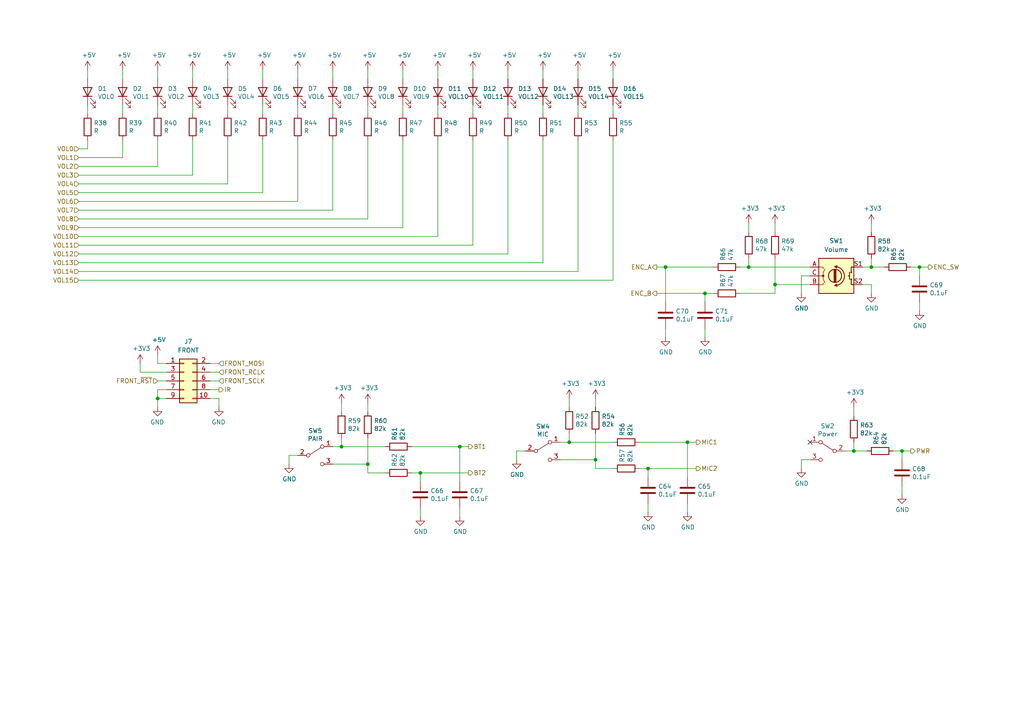
<source format=kicad_sch>
(kicad_sch (version 20210621) (generator eeschema)
  (paper "A4")
  (lib_symbols
    (symbol "Connector_Generic:Conn_02x05_Odd_Even" (pin_names (offset 1.016) hide)
      (property "Reference" "J" (at 1.27 7.62 0))
      (property "Value" "Conn_02x05_Odd_Even" (at 1.27 -7.62 0))
      (symbol "Conn_02x05_Odd_Even_1_1"
        (rectangle (start -1.27 -4.953) (end 0 -5.207) (stroke (width 0.1524)))
        (rectangle (start -1.27 -2.413) (end 0 -2.667) (stroke (width 0.1524)))
        (rectangle (start -1.27 0.127) (end 0 -0.127) (stroke (width 0.1524)))
        (rectangle (start -1.27 2.667) (end 0 2.413) (stroke (width 0.1524)))
        (rectangle (start -1.27 5.207) (end 0 4.953) (stroke (width 0.1524)))
        (rectangle (start 3.81 -4.953) (end 2.54 -5.207) (stroke (width 0.1524)))
        (rectangle (start 3.81 -2.413) (end 2.54 -2.667) (stroke (width 0.1524)))
        (rectangle (start 3.81 0.127) (end 2.54 -0.127) (stroke (width 0.1524)))
        (rectangle (start 3.81 2.667) (end 2.54 2.413) (stroke (width 0.1524)))
        (rectangle (start 3.81 5.207) (end 2.54 4.953) (stroke (width 0.1524)))
        (rectangle (start -1.27 6.35) (end 3.81 -6.35) (stroke (width 0.254)) (fill (type background)))
        (pin passive line (at -5.08 5.08 0) (length 3.81) (name "Pin_1") (number "1"))
        (pin passive line (at 7.62 -5.08 180) (length 3.81) (name "Pin_10") (number "10"))
        (pin passive line (at 7.62 5.08 180) (length 3.81) (name "Pin_2") (number "2"))
        (pin passive line (at -5.08 2.54 0) (length 3.81) (name "Pin_3") (number "3"))
        (pin passive line (at 7.62 2.54 180) (length 3.81) (name "Pin_4") (number "4"))
        (pin passive line (at -5.08 0 0) (length 3.81) (name "Pin_5") (number "5"))
        (pin passive line (at 7.62 0 180) (length 3.81) (name "Pin_6") (number "6"))
        (pin passive line (at -5.08 -2.54 0) (length 3.81) (name "Pin_7") (number "7"))
        (pin passive line (at 7.62 -2.54 180) (length 3.81) (name "Pin_8") (number "8"))
        (pin passive line (at -5.08 -5.08 0) (length 3.81) (name "Pin_9") (number "9"))
      )
    )
    (symbol "Device:C" (pin_numbers hide) (pin_names (offset 0.254))
      (property "Reference" "C" (at 0.635 2.54 0))
      (property "Value" "C" (at 0.635 -2.54 0))
      (symbol "C_0_1"
        (polyline (pts (xy -2.032 -0.762) (xy 2.032 -0.762)) (stroke (width 0.508)))
        (polyline (pts (xy -2.032 0.762) (xy 2.032 0.762)) (stroke (width 0.508)))
      )
      (symbol "C_1_1"
        (pin passive line (at 0 3.81 270) (length 2.794) (name "~") (number "1"))
        (pin passive line (at 0 -3.81 90) (length 2.794) (name "~") (number "2"))
      )
    )
    (symbol "Device:LED" (pin_numbers hide) (pin_names (offset 1.016) hide)
      (property "Reference" "D" (at 0 2.54 0))
      (property "Value" "LED" (at 0 -2.54 0))
      (symbol "LED_0_1"
        (polyline (pts (xy -1.27 -1.27) (xy -1.27 1.27)) (stroke (width 0.254)))
        (polyline (pts (xy -1.27 0) (xy 1.27 0)))
        (polyline (pts (xy 1.27 -1.27) (xy 1.27 1.27) (xy -1.27 0) (xy 1.27 -1.27)) (stroke (width 0.254)))
        (polyline (pts (xy -3.048 -0.762) (xy -4.572 -2.286) (xy -3.81 -2.286) (xy -4.572 -2.286) (xy -4.572 -1.524)))
        (polyline (pts (xy -1.778 -0.762) (xy -3.302 -2.286) (xy -2.54 -2.286) (xy -3.302 -2.286) (xy -3.302 -1.524)))
      )
      (symbol "LED_1_1"
        (pin passive line (at -3.81 0 0) (length 2.54) (name "K") (number "1"))
        (pin passive line (at 3.81 0 180) (length 2.54) (name "A") (number "2"))
      )
    )
    (symbol "Device:R" (pin_numbers hide) (pin_names (offset 0))
      (property "Reference" "R" (at 2.032 0 90))
      (property "Value" "R" (at 0 0 90))
      (symbol "R_0_1"
        (rectangle (start -1.016 -2.54) (end 1.016 2.54) (stroke (width 0.254)))
      )
      (symbol "R_1_1"
        (pin passive line (at 0 3.81 270) (length 1.27) (name "~") (number "1"))
        (pin passive line (at 0 -3.81 90) (length 1.27) (name "~") (number "2"))
      )
    )
    (symbol "Device:RotaryEncoder_Switch" (pin_names (offset 0.254) hide)
      (property "Reference" "SW" (at 0 6.604 0))
      (property "Value" "RotaryEncoder_Switch" (at 0 -6.604 0))
      (symbol "RotaryEncoder_Switch_0_1"
        (arc (start -0.381 -2.794) (end -0.381 2.667) (radius (at -0.381 -0.0508) (length 2.7432) (angles -89.9 89.9)) (stroke (width 0.254)))
        (circle (center -0.381 0) (radius 1.905) (stroke (width 0.254)))
        (circle (center 4.318 -1.016) (radius 0.127) (stroke (width 0.254)))
        (circle (center 4.318 1.016) (radius 0.127) (stroke (width 0.254)))
        (circle (center -3.81 0) (radius 0.254) (fill (type outline)))
        (rectangle (start -5.08 5.08) (end 5.08 -5.08) (stroke (width 0.254)) (fill (type background)))
        (polyline (pts (xy -0.635 -1.778) (xy -0.635 1.778)) (stroke (width 0.254)))
        (polyline (pts (xy -0.381 -1.778) (xy -0.381 1.778)) (stroke (width 0.254)))
        (polyline (pts (xy -0.127 1.778) (xy -0.127 -1.778)) (stroke (width 0.254)))
        (polyline (pts (xy 3.81 0) (xy 3.429 0)) (stroke (width 0.254)))
        (polyline (pts (xy 3.81 1.016) (xy 3.81 -1.016)) (stroke (width 0.254)))
        (polyline (pts (xy -5.08 -2.54) (xy -3.81 -2.54) (xy -3.81 -2.032)))
        (polyline (pts (xy -5.08 2.54) (xy -3.81 2.54) (xy -3.81 2.032)))
        (polyline (pts (xy 0.254 -3.048) (xy -0.508 -2.794) (xy 0.127 -2.413)) (stroke (width 0.254)))
        (polyline (pts (xy 0.254 2.921) (xy -0.508 2.667) (xy 0.127 2.286)) (stroke (width 0.254)))
        (polyline (pts (xy 5.08 -2.54) (xy 4.318 -2.54) (xy 4.318 -1.016)) (stroke (width 0.254)))
        (polyline (pts (xy 5.08 2.54) (xy 4.318 2.54) (xy 4.318 1.016)) (stroke (width 0.254)))
        (polyline (pts (xy -5.08 0) (xy -3.81 0) (xy -3.81 -1.016) (xy -3.302 -2.032)))
        (polyline (pts (xy -4.318 0) (xy -3.81 0) (xy -3.81 1.016) (xy -3.302 2.032)))
      )
      (symbol "RotaryEncoder_Switch_1_1"
        (pin passive line (at -7.62 2.54 0) (length 2.54) (name "A") (number "A"))
        (pin passive line (at -7.62 -2.54 0) (length 2.54) (name "B") (number "B"))
        (pin passive line (at -7.62 0 0) (length 2.54) (name "C") (number "C"))
        (pin passive line (at 7.62 2.54 180) (length 2.54) (name "S1") (number "S1"))
        (pin passive line (at 7.62 -2.54 180) (length 2.54) (name "S2") (number "S2"))
      )
    )
    (symbol "Switch:SW_SPDT" (pin_names (offset 0) hide)
      (property "Reference" "SW" (at 0 4.318 0))
      (property "Value" "SW_SPDT" (at 0 -5.08 0))
      (symbol "SW_SPDT_0_0"
        (circle (center -2.032 0) (radius 0.508))
        (circle (center 2.032 -2.54) (radius 0.508))
      )
      (symbol "SW_SPDT_0_1"
        (circle (center 2.032 2.54) (radius 0.508))
        (polyline (pts (xy -1.524 0.254) (xy 1.651 2.286)))
      )
      (symbol "SW_SPDT_1_1"
        (pin passive line (at 5.08 2.54 180) (length 2.54) (name "A") (number "1"))
        (pin passive line (at -5.08 0 0) (length 2.54) (name "B") (number "2"))
        (pin passive line (at 5.08 -2.54 180) (length 2.54) (name "C") (number "3"))
      )
    )
    (symbol "power:+3V3" (power) (pin_names (offset 0))
      (property "Value" "+3V3" (at 0 3.556 0))
      (symbol "+3V3_0_1"
        (polyline (pts (xy -0.762 1.27) (xy 0 2.54)))
        (polyline (pts (xy 0 0) (xy 0 2.54)))
        (polyline (pts (xy 0 2.54) (xy 0.762 1.27)))
      )
      (symbol "+3V3_1_1"
        (pin power_in line (at 0 0 90) (length 0) hide (name "+3V3") (number "1"))
      )
    )
    (symbol "power:+5V" (power) (pin_names (offset 0))
      (property "Value" "+5V" (at 0 3.556 0))
      (symbol "+5V_0_1"
        (polyline (pts (xy -0.762 1.27) (xy 0 2.54)))
        (polyline (pts (xy 0 0) (xy 0 2.54)))
        (polyline (pts (xy 0 2.54) (xy 0.762 1.27)))
      )
      (symbol "+5V_1_1"
        (pin power_in line (at 0 0 90) (length 0) hide (name "+5V") (number "1"))
      )
    )
    (symbol "power:GND" (power) (pin_names (offset 0))
      (property "Value" "GND" (at 0 -3.81 0))
      (symbol "GND_0_1"
        (polyline (pts (xy 0 0) (xy 0 -1.27) (xy 1.27 -1.27) (xy 0 -2.54) (xy -1.27 -1.27) (xy 0 -1.27)))
      )
      (symbol "GND_1_1"
        (pin power_in line (at 0 0 270) (length 0) hide (name "GND") (number "1"))
      )
    )
  )
  (junction (at 45.72 115.57) (diameter 0.9144))
  (junction (at 99.06 129.54) (diameter 0.9144))
  (junction (at 106.68 134.62) (diameter 0.9144))
  (junction (at 121.92 137.16) (diameter 0.9144))
  (junction (at 133.35 129.54) (diameter 0.9144))
  (junction (at 165.1 128.27) (diameter 0.9144))
  (junction (at 172.72 133.35) (diameter 0.9144))
  (junction (at 187.96 135.89) (diameter 0.9144))
  (junction (at 193.04 77.47) (diameter 0.9144))
  (junction (at 199.39 128.27) (diameter 0.9144))
  (junction (at 204.47 85.09) (diameter 0.9144))
  (junction (at 217.17 77.47) (diameter 0.9144))
  (junction (at 224.79 82.55) (diameter 0.9144))
  (junction (at 247.65 130.81) (diameter 0.9144))
  (junction (at 252.73 77.47) (diameter 0.9144))
  (junction (at 261.62 130.81) (diameter 0.9144))
  (junction (at 266.7 77.47) (diameter 0.9144))
  (no_connect (at 234.95 128.27))
  (wire (pts (xy 22.86 43.18) (xy 25.4 43.18)))
  (wire (pts (xy 22.86 45.72) (xy 35.56 45.72)))
  (wire (pts (xy 22.86 48.26) (xy 45.72 48.26)))
  (wire (pts (xy 22.86 50.8) (xy 55.88 50.8)))
  (wire (pts (xy 22.86 53.34) (xy 66.04 53.34)))
  (wire (pts (xy 22.86 55.88) (xy 76.2 55.88)))
  (wire (pts (xy 22.86 58.42) (xy 86.36 58.42)))
  (wire (pts (xy 22.86 60.96) (xy 96.52 60.96)))
  (wire (pts (xy 22.86 66.04) (xy 116.84 66.04)))
  (wire (pts (xy 22.86 71.12) (xy 137.16 71.12)))
  (wire (pts (xy 22.86 76.2) (xy 157.48 76.2)))
  (wire (pts (xy 22.86 78.74) (xy 167.64 78.74)))
  (wire (pts (xy 22.86 81.28) (xy 177.8 81.28)))
  (wire (pts (xy 25.4 20.32) (xy 25.4 22.86)))
  (wire (pts (xy 25.4 30.48) (xy 25.4 33.02)))
  (wire (pts (xy 25.4 43.18) (xy 25.4 40.64)))
  (wire (pts (xy 35.56 20.32) (xy 35.56 22.86)))
  (wire (pts (xy 35.56 30.48) (xy 35.56 33.02)))
  (wire (pts (xy 35.56 45.72) (xy 35.56 40.64)))
  (wire (pts (xy 40.64 105.41) (xy 40.64 107.95)))
  (wire (pts (xy 40.64 107.95) (xy 48.26 107.95)))
  (wire (pts (xy 45.72 20.32) (xy 45.72 22.86)))
  (wire (pts (xy 45.72 30.48) (xy 45.72 33.02)))
  (wire (pts (xy 45.72 48.26) (xy 45.72 40.64)))
  (wire (pts (xy 45.72 102.87) (xy 45.72 105.41)))
  (wire (pts (xy 45.72 105.41) (xy 48.26 105.41)))
  (wire (pts (xy 45.72 110.49) (xy 48.26 110.49)))
  (wire (pts (xy 45.72 113.03) (xy 48.26 113.03)))
  (wire (pts (xy 45.72 115.57) (xy 45.72 113.03)))
  (wire (pts (xy 45.72 115.57) (xy 48.26 115.57)))
  (wire (pts (xy 45.72 118.11) (xy 45.72 115.57)))
  (wire (pts (xy 55.88 20.32) (xy 55.88 22.86)))
  (wire (pts (xy 55.88 30.48) (xy 55.88 33.02)))
  (wire (pts (xy 55.88 50.8) (xy 55.88 40.64)))
  (wire (pts (xy 60.96 105.41) (xy 63.5 105.41)))
  (wire (pts (xy 60.96 107.95) (xy 63.5 107.95)))
  (wire (pts (xy 60.96 110.49) (xy 63.5 110.49)))
  (wire (pts (xy 60.96 113.03) (xy 63.5 113.03)))
  (wire (pts (xy 63.5 115.57) (xy 60.96 115.57)))
  (wire (pts (xy 63.5 118.11) (xy 63.5 115.57)))
  (wire (pts (xy 66.04 20.32) (xy 66.04 22.86)))
  (wire (pts (xy 66.04 30.48) (xy 66.04 33.02)))
  (wire (pts (xy 66.04 53.34) (xy 66.04 40.64)))
  (wire (pts (xy 76.2 20.32) (xy 76.2 22.86)))
  (wire (pts (xy 76.2 30.48) (xy 76.2 33.02)))
  (wire (pts (xy 76.2 55.88) (xy 76.2 40.64)))
  (wire (pts (xy 83.82 132.08) (xy 83.82 134.62)))
  (wire (pts (xy 83.82 132.08) (xy 86.36 132.08)))
  (wire (pts (xy 86.36 20.32) (xy 86.36 22.86)))
  (wire (pts (xy 86.36 30.48) (xy 86.36 33.02)))
  (wire (pts (xy 86.36 58.42) (xy 86.36 40.64)))
  (wire (pts (xy 96.52 20.32) (xy 96.52 22.86)))
  (wire (pts (xy 96.52 30.48) (xy 96.52 33.02)))
  (wire (pts (xy 96.52 60.96) (xy 96.52 40.64)))
  (wire (pts (xy 96.52 129.54) (xy 99.06 129.54)))
  (wire (pts (xy 96.52 134.62) (xy 106.68 134.62)))
  (wire (pts (xy 99.06 116.84) (xy 99.06 119.38)))
  (wire (pts (xy 99.06 127) (xy 99.06 129.54)))
  (wire (pts (xy 99.06 129.54) (xy 111.76 129.54)))
  (wire (pts (xy 106.68 20.32) (xy 106.68 22.86)))
  (wire (pts (xy 106.68 30.48) (xy 106.68 33.02)))
  (wire (pts (xy 106.68 40.64) (xy 106.68 63.5)))
  (wire (pts (xy 106.68 63.5) (xy 22.86 63.5)))
  (wire (pts (xy 106.68 116.84) (xy 106.68 119.38)))
  (wire (pts (xy 106.68 134.62) (xy 106.68 127)))
  (wire (pts (xy 106.68 134.62) (xy 106.68 137.16)))
  (wire (pts (xy 106.68 137.16) (xy 111.76 137.16)))
  (wire (pts (xy 116.84 20.32) (xy 116.84 22.86)))
  (wire (pts (xy 116.84 30.48) (xy 116.84 33.02)))
  (wire (pts (xy 116.84 66.04) (xy 116.84 40.64)))
  (wire (pts (xy 121.92 137.16) (xy 119.38 137.16)))
  (wire (pts (xy 121.92 137.16) (xy 135.89 137.16)))
  (wire (pts (xy 121.92 139.7) (xy 121.92 137.16)))
  (wire (pts (xy 121.92 147.32) (xy 121.92 149.86)))
  (wire (pts (xy 127 20.32) (xy 127 22.86)))
  (wire (pts (xy 127 30.48) (xy 127 33.02)))
  (wire (pts (xy 127 40.64) (xy 127 68.58)))
  (wire (pts (xy 127 68.58) (xy 22.86 68.58)))
  (wire (pts (xy 133.35 129.54) (xy 119.38 129.54)))
  (wire (pts (xy 133.35 129.54) (xy 135.89 129.54)))
  (wire (pts (xy 133.35 139.7) (xy 133.35 129.54)))
  (wire (pts (xy 133.35 147.32) (xy 133.35 149.86)))
  (wire (pts (xy 137.16 20.32) (xy 137.16 22.86)))
  (wire (pts (xy 137.16 30.48) (xy 137.16 33.02)))
  (wire (pts (xy 137.16 71.12) (xy 137.16 40.64)))
  (wire (pts (xy 147.32 20.32) (xy 147.32 22.86)))
  (wire (pts (xy 147.32 30.48) (xy 147.32 33.02)))
  (wire (pts (xy 147.32 40.64) (xy 147.32 73.66)))
  (wire (pts (xy 147.32 73.66) (xy 22.86 73.66)))
  (wire (pts (xy 149.86 130.81) (xy 149.86 133.35)))
  (wire (pts (xy 149.86 130.81) (xy 152.4 130.81)))
  (wire (pts (xy 157.48 20.32) (xy 157.48 22.86)))
  (wire (pts (xy 157.48 30.48) (xy 157.48 33.02)))
  (wire (pts (xy 157.48 76.2) (xy 157.48 40.64)))
  (wire (pts (xy 162.56 128.27) (xy 165.1 128.27)))
  (wire (pts (xy 162.56 133.35) (xy 172.72 133.35)))
  (wire (pts (xy 165.1 115.57) (xy 165.1 118.11)))
  (wire (pts (xy 165.1 125.73) (xy 165.1 128.27)))
  (wire (pts (xy 165.1 128.27) (xy 177.8 128.27)))
  (wire (pts (xy 167.64 20.32) (xy 167.64 22.86)))
  (wire (pts (xy 167.64 30.48) (xy 167.64 33.02)))
  (wire (pts (xy 167.64 78.74) (xy 167.64 40.64)))
  (wire (pts (xy 172.72 115.57) (xy 172.72 118.11)))
  (wire (pts (xy 172.72 133.35) (xy 172.72 125.73)))
  (wire (pts (xy 172.72 133.35) (xy 172.72 135.89)))
  (wire (pts (xy 172.72 135.89) (xy 177.8 135.89)))
  (wire (pts (xy 177.8 20.32) (xy 177.8 22.86)))
  (wire (pts (xy 177.8 30.48) (xy 177.8 33.02)))
  (wire (pts (xy 177.8 81.28) (xy 177.8 40.64)))
  (wire (pts (xy 187.96 135.89) (xy 185.42 135.89)))
  (wire (pts (xy 187.96 135.89) (xy 201.93 135.89)))
  (wire (pts (xy 187.96 138.43) (xy 187.96 135.89)))
  (wire (pts (xy 187.96 146.05) (xy 187.96 148.59)))
  (wire (pts (xy 190.5 77.47) (xy 193.04 77.47)))
  (wire (pts (xy 190.5 85.09) (xy 204.47 85.09)))
  (wire (pts (xy 193.04 77.47) (xy 193.04 87.63)))
  (wire (pts (xy 193.04 77.47) (xy 207.01 77.47)))
  (wire (pts (xy 193.04 95.25) (xy 193.04 97.79)))
  (wire (pts (xy 199.39 128.27) (xy 185.42 128.27)))
  (wire (pts (xy 199.39 128.27) (xy 201.93 128.27)))
  (wire (pts (xy 199.39 138.43) (xy 199.39 128.27)))
  (wire (pts (xy 199.39 146.05) (xy 199.39 148.59)))
  (wire (pts (xy 204.47 85.09) (xy 204.47 87.63)))
  (wire (pts (xy 204.47 85.09) (xy 207.01 85.09)))
  (wire (pts (xy 204.47 95.25) (xy 204.47 97.79)))
  (wire (pts (xy 214.63 77.47) (xy 217.17 77.47)))
  (wire (pts (xy 217.17 64.77) (xy 217.17 67.31)))
  (wire (pts (xy 217.17 77.47) (xy 217.17 74.93)))
  (wire (pts (xy 217.17 77.47) (xy 234.95 77.47)))
  (wire (pts (xy 224.79 64.77) (xy 224.79 67.31)))
  (wire (pts (xy 224.79 74.93) (xy 224.79 82.55)))
  (wire (pts (xy 224.79 82.55) (xy 224.79 85.09)))
  (wire (pts (xy 224.79 82.55) (xy 234.95 82.55)))
  (wire (pts (xy 224.79 85.09) (xy 214.63 85.09)))
  (wire (pts (xy 232.41 80.01) (xy 232.41 85.09)))
  (wire (pts (xy 232.41 80.01) (xy 234.95 80.01)))
  (wire (pts (xy 232.41 133.35) (xy 232.41 135.89)))
  (wire (pts (xy 232.41 133.35) (xy 234.95 133.35)))
  (wire (pts (xy 245.11 130.81) (xy 247.65 130.81)))
  (wire (pts (xy 247.65 118.11) (xy 247.65 120.65)))
  (wire (pts (xy 247.65 128.27) (xy 247.65 130.81)))
  (wire (pts (xy 247.65 130.81) (xy 251.46 130.81)))
  (wire (pts (xy 250.19 77.47) (xy 252.73 77.47)))
  (wire (pts (xy 250.19 82.55) (xy 252.73 82.55)))
  (wire (pts (xy 252.73 64.77) (xy 252.73 67.31)))
  (wire (pts (xy 252.73 74.93) (xy 252.73 77.47)))
  (wire (pts (xy 252.73 77.47) (xy 256.54 77.47)))
  (wire (pts (xy 252.73 82.55) (xy 252.73 85.09)))
  (wire (pts (xy 261.62 130.81) (xy 259.08 130.81)))
  (wire (pts (xy 261.62 130.81) (xy 264.16 130.81)))
  (wire (pts (xy 261.62 133.35) (xy 261.62 130.81)))
  (wire (pts (xy 261.62 140.97) (xy 261.62 143.51)))
  (wire (pts (xy 266.7 77.47) (xy 264.16 77.47)))
  (wire (pts (xy 266.7 77.47) (xy 269.24 77.47)))
  (wire (pts (xy 266.7 80.01) (xy 266.7 77.47)))
  (wire (pts (xy 266.7 87.63) (xy 266.7 90.17)))
  (hierarchical_label "VOL0" (shape input) (at 22.86 43.18 180))
  (hierarchical_label "VOL1" (shape input) (at 22.86 45.72 180))
  (hierarchical_label "VOL2" (shape input) (at 22.86 48.26 180))
  (hierarchical_label "VOL3" (shape input) (at 22.86 50.8 180))
  (hierarchical_label "VOL4" (shape input) (at 22.86 53.34 180))
  (hierarchical_label "VOL5" (shape input) (at 22.86 55.88 180))
  (hierarchical_label "VOL6" (shape input) (at 22.86 58.42 180))
  (hierarchical_label "VOL7" (shape input) (at 22.86 60.96 180))
  (hierarchical_label "VOL8" (shape input) (at 22.86 63.5 180))
  (hierarchical_label "VOL9" (shape input) (at 22.86 66.04 180))
  (hierarchical_label "VOL10" (shape input) (at 22.86 68.58 180))
  (hierarchical_label "VOL11" (shape input) (at 22.86 71.12 180))
  (hierarchical_label "VOL12" (shape input) (at 22.86 73.66 180))
  (hierarchical_label "VOL13" (shape input) (at 22.86 76.2 180))
  (hierarchical_label "VOL14" (shape input) (at 22.86 78.74 180))
  (hierarchical_label "VOL15" (shape input) (at 22.86 81.28 180))
  (hierarchical_label "FRONT_~{RST}" (shape input) (at 45.72 110.49 180))
  (hierarchical_label "FRONT_MOSI" (shape input) (at 63.5 105.41 0))
  (hierarchical_label "FRONT_RCLK" (shape input) (at 63.5 107.95 0))
  (hierarchical_label "FRONT_SCLK" (shape input) (at 63.5 110.49 0))
  (hierarchical_label "IR" (shape output) (at 63.5 113.03 0))
  (hierarchical_label "BT1" (shape output) (at 135.89 129.54 0))
  (hierarchical_label "BT2" (shape output) (at 135.89 137.16 0))
  (hierarchical_label "ENC_A" (shape output) (at 190.5 77.47 180))
  (hierarchical_label "ENC_B" (shape output) (at 190.5 85.09 180))
  (hierarchical_label "MIC1" (shape output) (at 201.93 128.27 0))
  (hierarchical_label "MIC2" (shape output) (at 201.93 135.89 0))
  (hierarchical_label "PWR" (shape output) (at 264.16 130.81 0))
  (hierarchical_label "ENC_SW" (shape output) (at 269.24 77.47 0))
  (symbol (lib_id "power:+5V") (at 25.4 20.32 0) (unit 1)
    (property "Reference" "#PWR0193" (effects hide))
    (property "Value" "+5V" (at 25.7683 15.9956 0))
  )
  (symbol (lib_id "power:+5V") (at 35.56 20.32 0) (unit 1)
    (property "Reference" "#PWR0194" (effects hide))
    (property "Value" "+5V" (at 35.9283 15.9956 0))
  )
  (symbol (lib_id "power:+3V3") (at 40.64 105.41 0) (unit 1)
    (property "Reference" "#PWR0214" (effects hide))
    (property "Value" "+3V3" (at 41.0083 101.0856 0))
  )
  (symbol (lib_id "power:+5V") (at 45.72 20.32 0) (unit 1)
    (property "Reference" "#PWR0190" (effects hide))
    (property "Value" "+5V" (at 46.0883 15.9956 0))
  )
  (symbol (lib_id "power:+5V") (at 45.72 102.87 0) (unit 1)
    (property "Reference" "#PWR0215" (effects hide))
    (property "Value" "+5V" (at 46.0883 98.5456 0))
  )
  (symbol (lib_id "power:+5V") (at 55.88 20.32 0) (unit 1)
    (property "Reference" "#PWR0188" (effects hide))
    (property "Value" "+5V" (at 56.2483 15.9956 0))
  )
  (symbol (lib_id "power:+5V") (at 66.04 20.32 0) (unit 1)
    (property "Reference" "#PWR0189" (effects hide))
    (property "Value" "+5V" (at 66.4083 15.9956 0))
  )
  (symbol (lib_id "power:+5V") (at 76.2 20.32 0) (unit 1)
    (property "Reference" "#PWR0186" (effects hide))
    (property "Value" "+5V" (at 76.5683 15.9956 0))
  )
  (symbol (lib_id "power:+5V") (at 86.36 20.32 0) (unit 1)
    (property "Reference" "#PWR0187" (effects hide))
    (property "Value" "+5V" (at 86.7283 15.9956 0))
  )
  (symbol (lib_id "power:+5V") (at 96.52 20.32 0) (unit 1)
    (property "Reference" "#PWR0192" (effects hide))
    (property "Value" "+5V" (at 96.8883 15.9956 0))
  )
  (symbol (lib_id "power:+3V3") (at 99.06 116.84 0) (unit 1)
    (property "Reference" "#PWR0203" (effects hide))
    (property "Value" "+3V3" (at 99.4283 112.5156 0))
  )
  (symbol (lib_id "power:+5V") (at 106.68 20.32 0) (unit 1)
    (property "Reference" "#PWR0191" (effects hide))
    (property "Value" "+5V" (at 107.0483 15.9956 0))
  )
  (symbol (lib_id "power:+3V3") (at 106.68 116.84 0) (unit 1)
    (property "Reference" "#PWR0202" (effects hide))
    (property "Value" "+3V3" (at 107.0483 112.5156 0))
  )
  (symbol (lib_id "power:+5V") (at 116.84 20.32 0) (unit 1)
    (property "Reference" "#PWR0183" (effects hide))
    (property "Value" "+5V" (at 117.2083 15.9956 0))
  )
  (symbol (lib_id "power:+5V") (at 127 20.32 0) (unit 1)
    (property "Reference" "#PWR0185" (effects hide))
    (property "Value" "+5V" (at 127.3683 15.9956 0))
  )
  (symbol (lib_id "power:+5V") (at 137.16 20.32 0) (unit 1)
    (property "Reference" "#PWR0184" (effects hide))
    (property "Value" "+5V" (at 137.5283 15.9956 0))
  )
  (symbol (lib_id "power:+5V") (at 147.32 20.32 0) (unit 1)
    (property "Reference" "#PWR0179" (effects hide))
    (property "Value" "+5V" (at 147.6883 15.9956 0))
  )
  (symbol (lib_id "power:+5V") (at 157.48 20.32 0) (unit 1)
    (property "Reference" "#PWR0180" (effects hide))
    (property "Value" "+5V" (at 157.8483 15.9956 0))
  )
  (symbol (lib_id "power:+3V3") (at 165.1 115.57 0) (unit 1)
    (property "Reference" "#PWR0195" (effects hide))
    (property "Value" "+3V3" (at 165.4683 111.2456 0))
  )
  (symbol (lib_id "power:+5V") (at 167.64 20.32 0) (unit 1)
    (property "Reference" "#PWR0181" (effects hide))
    (property "Value" "+5V" (at 168.0083 15.9956 0))
  )
  (symbol (lib_id "power:+3V3") (at 172.72 115.57 0) (unit 1)
    (property "Reference" "#PWR0196" (effects hide))
    (property "Value" "+3V3" (at 173.0883 111.2456 0))
  )
  (symbol (lib_id "power:+5V") (at 177.8 20.32 0) (unit 1)
    (property "Reference" "#PWR0182" (effects hide))
    (property "Value" "+5V" (at 178.1683 15.9956 0))
  )
  (symbol (lib_id "power:+3V3") (at 217.17 64.77 0) (unit 1)
    (property "Reference" "#PWR0210" (effects hide))
    (property "Value" "+3V3" (at 217.5383 60.4456 0))
  )
  (symbol (lib_id "power:+3V3") (at 224.79 64.77 0) (unit 1)
    (property "Reference" "#PWR0211" (effects hide))
    (property "Value" "+3V3" (at 225.1583 60.4456 0))
  )
  (symbol (lib_id "power:+3V3") (at 247.65 118.11 0) (unit 1)
    (property "Reference" "#PWR0206" (effects hide))
    (property "Value" "+3V3" (at 248.0183 113.7856 0))
  )
  (symbol (lib_id "power:+3V3") (at 252.73 64.77 0) (unit 1)
    (property "Reference" "#PWR0207" (effects hide))
    (property "Value" "+3V3" (at 253.0983 60.4456 0))
  )
  (symbol (lib_id "power:GND") (at 45.72 118.11 0) (mirror y) (unit 1)
    (property "Reference" "#PWR0122" (effects hide))
    (property "Value" "GND" (at 45.6057 122.4344 0))
  )
  (symbol (lib_id "power:GND") (at 63.5 118.11 0) (mirror y) (unit 1)
    (property "Reference" "#PWR0123" (effects hide))
    (property "Value" "GND" (at 63.3857 122.4344 0))
  )
  (symbol (lib_id "power:GND") (at 83.82 134.62 0) (unit 1)
    (property "Reference" "#PWR0178" (effects hide))
    (property "Value" "GND" (at 83.9343 138.9444 0))
  )
  (symbol (lib_id "power:GND") (at 121.92 149.86 0) (unit 1)
    (property "Reference" "#PWR0197" (effects hide))
    (property "Value" "GND" (at 122.0343 154.1844 0))
  )
  (symbol (lib_id "power:GND") (at 133.35 149.86 0) (unit 1)
    (property "Reference" "#PWR0201" (effects hide))
    (property "Value" "GND" (at 133.4643 154.1844 0))
  )
  (symbol (lib_id "power:GND") (at 149.86 133.35 0) (unit 1)
    (property "Reference" "#PWR0162" (effects hide))
    (property "Value" "GND" (at 149.9743 137.6744 0))
  )
  (symbol (lib_id "power:GND") (at 187.96 148.59 0) (unit 1)
    (property "Reference" "#PWR0199" (effects hide))
    (property "Value" "GND" (at 188.0743 152.9144 0))
  )
  (symbol (lib_id "power:GND") (at 193.04 97.79 0) (unit 1)
    (property "Reference" "#PWR0213" (effects hide))
    (property "Value" "GND" (at 193.1543 102.1144 0))
  )
  (symbol (lib_id "power:GND") (at 199.39 148.59 0) (unit 1)
    (property "Reference" "#PWR0200" (effects hide))
    (property "Value" "GND" (at 199.5043 152.9144 0))
  )
  (symbol (lib_id "power:GND") (at 204.47 97.79 0) (unit 1)
    (property "Reference" "#PWR0212" (effects hide))
    (property "Value" "GND" (at 204.5843 102.1144 0))
  )
  (symbol (lib_id "power:GND") (at 232.41 85.09 0) (unit 1)
    (property "Reference" "#PWR0198" (effects hide))
    (property "Value" "GND" (at 232.5243 89.4144 0))
  )
  (symbol (lib_id "power:GND") (at 232.41 135.89 0) (unit 1)
    (property "Reference" "#PWR0204" (effects hide))
    (property "Value" "GND" (at 232.5243 140.2144 0))
  )
  (symbol (lib_id "power:GND") (at 252.73 85.09 0) (unit 1)
    (property "Reference" "#PWR0208" (effects hide))
    (property "Value" "GND" (at 252.8443 89.4144 0))
  )
  (symbol (lib_id "power:GND") (at 261.62 143.51 0) (unit 1)
    (property "Reference" "#PWR0205" (effects hide))
    (property "Value" "GND" (at 261.7343 147.8344 0))
  )
  (symbol (lib_id "power:GND") (at 266.7 90.17 0) (unit 1)
    (property "Reference" "#PWR0209" (effects hide))
    (property "Value" "GND" (at 266.8143 94.4944 0))
  )
  (symbol (lib_id "Device:R") (at 25.4 36.83 0) (unit 1)
    (property "Reference" "R38" (at 27.1781 35.6806 0) (effects (justify left)))
    (property "Value" "R" (at 27.1781 37.9793 0) (effects (justify left)))
    (property "Footprint" "Resistor_SMD:R_0603_1608Metric" (effects hide))
  )
  (symbol (lib_id "Device:R") (at 35.56 36.83 0) (unit 1)
    (property "Reference" "R39" (at 37.3381 35.6806 0) (effects (justify left)))
    (property "Value" "R" (at 37.3381 37.9793 0) (effects (justify left)))
    (property "Footprint" "Resistor_SMD:R_0603_1608Metric" (effects hide))
  )
  (symbol (lib_id "Device:R") (at 45.72 36.83 0) (unit 1)
    (property "Reference" "R40" (at 47.4981 35.6806 0) (effects (justify left)))
    (property "Value" "R" (at 47.4981 37.9793 0) (effects (justify left)))
    (property "Footprint" "Resistor_SMD:R_0603_1608Metric" (effects hide))
  )
  (symbol (lib_id "Device:R") (at 55.88 36.83 0) (unit 1)
    (property "Reference" "R41" (at 57.6581 35.6806 0) (effects (justify left)))
    (property "Value" "R" (at 57.6581 37.9793 0) (effects (justify left)))
    (property "Footprint" "Resistor_SMD:R_0603_1608Metric" (effects hide))
  )
  (symbol (lib_id "Device:R") (at 66.04 36.83 0) (unit 1)
    (property "Reference" "R42" (at 67.8181 35.6806 0) (effects (justify left)))
    (property "Value" "R" (at 67.8181 37.9793 0) (effects (justify left)))
    (property "Footprint" "Resistor_SMD:R_0603_1608Metric" (effects hide))
  )
  (symbol (lib_id "Device:R") (at 76.2 36.83 0) (unit 1)
    (property "Reference" "R43" (at 77.9781 35.6806 0) (effects (justify left)))
    (property "Value" "R" (at 77.9781 37.9793 0) (effects (justify left)))
    (property "Footprint" "Resistor_SMD:R_0603_1608Metric" (effects hide))
  )
  (symbol (lib_id "Device:R") (at 86.36 36.83 0) (unit 1)
    (property "Reference" "R44" (at 88.1381 35.6806 0) (effects (justify left)))
    (property "Value" "R" (at 88.1381 37.9793 0) (effects (justify left)))
    (property "Footprint" "Resistor_SMD:R_0603_1608Metric" (effects hide))
  )
  (symbol (lib_id "Device:R") (at 96.52 36.83 0) (unit 1)
    (property "Reference" "R45" (at 98.2981 35.6806 0) (effects (justify left)))
    (property "Value" "R" (at 98.2981 37.9793 0) (effects (justify left)))
    (property "Footprint" "Resistor_SMD:R_0603_1608Metric" (effects hide))
  )
  (symbol (lib_id "Device:R") (at 99.06 123.19 0) (unit 1)
    (property "Reference" "R59" (at 100.8381 122.0406 0) (effects (justify left)))
    (property "Value" "82k" (at 100.838 124.339 0) (effects (justify left)))
    (property "Footprint" "Resistor_SMD:R_0603_1608Metric" (effects hide))
  )
  (symbol (lib_id "Device:R") (at 106.68 36.83 0) (unit 1)
    (property "Reference" "R46" (at 108.4581 35.6806 0) (effects (justify left)))
    (property "Value" "R" (at 108.4581 37.9793 0) (effects (justify left)))
    (property "Footprint" "Resistor_SMD:R_0603_1608Metric" (effects hide))
  )
  (symbol (lib_id "Device:R") (at 106.68 123.19 0) (unit 1)
    (property "Reference" "R60" (at 108.4581 122.0406 0) (effects (justify left)))
    (property "Value" "82k" (at 108.458 124.339 0) (effects (justify left)))
    (property "Footprint" "Resistor_SMD:R_0603_1608Metric" (effects hide))
  )
  (symbol (lib_id "Device:R") (at 115.57 129.54 90) (unit 1)
    (property "Reference" "R61" (at 114.4206 127.7619 0) (effects (justify left)))
    (property "Value" "82k" (at 116.719 127.762 0) (effects (justify left)))
    (property "Footprint" "Resistor_SMD:R_0603_1608Metric" (effects hide))
  )
  (symbol (lib_id "Device:R") (at 115.57 137.16 90) (unit 1)
    (property "Reference" "R62" (at 114.4206 135.3819 0) (effects (justify left)))
    (property "Value" "82k" (at 116.719 135.382 0) (effects (justify left)))
    (property "Footprint" "Resistor_SMD:R_0603_1608Metric" (effects hide))
  )
  (symbol (lib_id "Device:R") (at 116.84 36.83 0) (unit 1)
    (property "Reference" "R47" (at 118.6181 35.6806 0) (effects (justify left)))
    (property "Value" "R" (at 118.6181 37.9793 0) (effects (justify left)))
    (property "Footprint" "Resistor_SMD:R_0603_1608Metric" (effects hide))
  )
  (symbol (lib_id "Device:R") (at 127 36.83 0) (unit 1)
    (property "Reference" "R48" (at 128.7781 35.6806 0) (effects (justify left)))
    (property "Value" "R" (at 128.7781 37.9793 0) (effects (justify left)))
    (property "Footprint" "Resistor_SMD:R_0603_1608Metric" (effects hide))
  )
  (symbol (lib_id "Device:R") (at 137.16 36.83 0) (unit 1)
    (property "Reference" "R49" (at 138.9381 35.6806 0) (effects (justify left)))
    (property "Value" "R" (at 138.9381 37.9793 0) (effects (justify left)))
    (property "Footprint" "Resistor_SMD:R_0603_1608Metric" (effects hide))
  )
  (symbol (lib_id "Device:R") (at 147.32 36.83 0) (unit 1)
    (property "Reference" "R50" (at 149.0981 35.6806 0) (effects (justify left)))
    (property "Value" "R" (at 149.0981 37.9793 0) (effects (justify left)))
    (property "Footprint" "Resistor_SMD:R_0603_1608Metric" (effects hide))
  )
  (symbol (lib_id "Device:R") (at 157.48 36.83 0) (unit 1)
    (property "Reference" "R51" (at 159.2581 35.6806 0) (effects (justify left)))
    (property "Value" "R" (at 159.2581 37.9793 0) (effects (justify left)))
    (property "Footprint" "Resistor_SMD:R_0603_1608Metric" (effects hide))
  )
  (symbol (lib_id "Device:R") (at 165.1 121.92 0) (unit 1)
    (property "Reference" "R52" (at 166.8781 120.7706 0) (effects (justify left)))
    (property "Value" "82k" (at 166.878 123.069 0) (effects (justify left)))
    (property "Footprint" "Resistor_SMD:R_0603_1608Metric" (effects hide))
  )
  (symbol (lib_id "Device:R") (at 167.64 36.83 0) (unit 1)
    (property "Reference" "R53" (at 169.4181 35.6806 0) (effects (justify left)))
    (property "Value" "R" (at 169.4181 37.9793 0) (effects (justify left)))
    (property "Footprint" "Resistor_SMD:R_0603_1608Metric" (effects hide))
  )
  (symbol (lib_id "Device:R") (at 172.72 121.92 0) (unit 1)
    (property "Reference" "R54" (at 174.4981 120.7706 0) (effects (justify left)))
    (property "Value" "82k" (at 174.498 123.069 0) (effects (justify left)))
    (property "Footprint" "Resistor_SMD:R_0603_1608Metric" (effects hide))
  )
  (symbol (lib_id "Device:R") (at 177.8 36.83 0) (unit 1)
    (property "Reference" "R55" (at 179.5781 35.6806 0) (effects (justify left)))
    (property "Value" "R" (at 179.5781 37.9793 0) (effects (justify left)))
    (property "Footprint" "Resistor_SMD:R_0603_1608Metric" (effects hide))
  )
  (symbol (lib_id "Device:R") (at 181.61 128.27 90) (unit 1)
    (property "Reference" "R56" (at 180.4606 126.4919 0) (effects (justify left)))
    (property "Value" "82k" (at 182.759 126.492 0) (effects (justify left)))
    (property "Footprint" "Resistor_SMD:R_0603_1608Metric" (effects hide))
  )
  (symbol (lib_id "Device:R") (at 181.61 135.89 90) (unit 1)
    (property "Reference" "R57" (at 180.4606 134.1119 0) (effects (justify left)))
    (property "Value" "82k" (at 182.759 134.112 0) (effects (justify left)))
    (property "Footprint" "Resistor_SMD:R_0603_1608Metric" (effects hide))
  )
  (symbol (lib_id "Device:R") (at 210.82 77.47 90) (unit 1)
    (property "Reference" "R66" (at 209.6706 75.6919 0) (effects (justify left)))
    (property "Value" "47k" (at 211.969 75.692 0) (effects (justify left)))
    (property "Footprint" "Resistor_SMD:R_0603_1608Metric" (effects hide))
  )
  (symbol (lib_id "Device:R") (at 210.82 85.09 90) (unit 1)
    (property "Reference" "R67" (at 209.6706 83.3119 0) (effects (justify left)))
    (property "Value" "47k" (at 211.969 83.312 0) (effects (justify left)))
    (property "Footprint" "Resistor_SMD:R_0603_1608Metric" (effects hide))
  )
  (symbol (lib_id "Device:R") (at 217.17 71.12 0) (unit 1)
    (property "Reference" "R68" (at 218.9481 69.9706 0) (effects (justify left)))
    (property "Value" "47k" (at 218.948 72.269 0) (effects (justify left)))
    (property "Footprint" "Resistor_SMD:R_0603_1608Metric" (effects hide))
  )
  (symbol (lib_id "Device:R") (at 224.79 71.12 0) (unit 1)
    (property "Reference" "R69" (at 226.5681 69.9706 0) (effects (justify left)))
    (property "Value" "47k" (at 226.568 72.269 0) (effects (justify left)))
    (property "Footprint" "Resistor_SMD:R_0603_1608Metric" (effects hide))
  )
  (symbol (lib_id "Device:R") (at 247.65 124.46 0) (unit 1)
    (property "Reference" "R63" (at 249.4281 123.3106 0) (effects (justify left)))
    (property "Value" "82k" (at 249.428 125.609 0) (effects (justify left)))
    (property "Footprint" "Resistor_SMD:R_0603_1608Metric" (effects hide))
  )
  (symbol (lib_id "Device:R") (at 252.73 71.12 0) (unit 1)
    (property "Reference" "R58" (at 254.5081 69.9706 0) (effects (justify left)))
    (property "Value" "82k" (at 254.508 72.269 0) (effects (justify left)))
    (property "Footprint" "Resistor_SMD:R_0603_1608Metric" (effects hide))
  )
  (symbol (lib_id "Device:R") (at 255.27 130.81 90) (unit 1)
    (property "Reference" "R64" (at 254.1206 129.0319 0) (effects (justify left)))
    (property "Value" "82k" (at 256.419 129.032 0) (effects (justify left)))
    (property "Footprint" "Resistor_SMD:R_0603_1608Metric" (effects hide))
  )
  (symbol (lib_id "Device:R") (at 260.35 77.47 90) (unit 1)
    (property "Reference" "R65" (at 259.2006 75.6919 0) (effects (justify left)))
    (property "Value" "82k" (at 261.499 75.692 0) (effects (justify left)))
    (property "Footprint" "Resistor_SMD:R_0603_1608Metric" (effects hide))
  )
  (symbol (lib_id "Device:LED") (at 25.4 26.67 90) (unit 1)
    (property "Reference" "D1" (at 28.3211 25.7111 90) (effects (justify right)))
    (property "Value" "VOL0" (at 28.321 28.01 90) (effects (justify right)))
    (property "Footprint" "HackAmp-Footprints:LED_0603_1608Metric_SideView_Inolux" (effects hide))
    (property "Part Name" "Inolux IN-S63AS5B" (effects hide))
    (property "Mouser" "743-IN-S63AS5B" (effects hide))
  )
  (symbol (lib_id "Device:LED") (at 35.56 26.67 90) (unit 1)
    (property "Reference" "D2" (at 38.4811 25.7111 90) (effects (justify right)))
    (property "Value" "VOL1" (at 38.481 28.01 90) (effects (justify right)))
    (property "Footprint" "HackAmp-Footprints:LED_0603_1608Metric_SideView_Inolux" (effects hide))
    (property "Part Name" "Inolux IN-S63AS5B" (effects hide))
    (property "Mouser" "743-IN-S63AS5B" (effects hide))
  )
  (symbol (lib_id "Device:LED") (at 45.72 26.67 90) (unit 1)
    (property "Reference" "D3" (at 48.6411 25.7111 90) (effects (justify right)))
    (property "Value" "VOL2" (at 48.641 28.01 90) (effects (justify right)))
    (property "Footprint" "HackAmp-Footprints:LED_0603_1608Metric_SideView_Inolux" (effects hide))
    (property "Part Name" "Inolux IN-S63AS5B" (effects hide))
    (property "Mouser" "743-IN-S63AS5B" (effects hide))
  )
  (symbol (lib_id "Device:LED") (at 55.88 26.67 90) (unit 1)
    (property "Reference" "D4" (at 58.8011 25.7111 90) (effects (justify right)))
    (property "Value" "VOL3" (at 58.801 28.01 90) (effects (justify right)))
    (property "Footprint" "HackAmp-Footprints:LED_0603_1608Metric_SideView_Inolux" (effects hide))
    (property "Part Name" "Inolux IN-S63AS5B" (effects hide))
    (property "Mouser" "743-IN-S63AS5B" (effects hide))
  )
  (symbol (lib_id "Device:LED") (at 66.04 26.67 90) (unit 1)
    (property "Reference" "D5" (at 68.9611 25.7111 90) (effects (justify right)))
    (property "Value" "VOL4" (at 68.961 28.01 90) (effects (justify right)))
    (property "Footprint" "HackAmp-Footprints:LED_0603_1608Metric_SideView_Inolux" (effects hide))
    (property "Part Name" "Inolux IN-S63AS5B" (effects hide))
    (property "Mouser" "743-IN-S63AS5B" (effects hide))
  )
  (symbol (lib_id "Device:LED") (at 76.2 26.67 90) (unit 1)
    (property "Reference" "D6" (at 79.1211 25.7111 90) (effects (justify right)))
    (property "Value" "VOL5" (at 79.121 28.01 90) (effects (justify right)))
    (property "Footprint" "HackAmp-Footprints:LED_0603_1608Metric_SideView_Inolux" (effects hide))
    (property "Part Name" "Inolux IN-S63AS5B" (effects hide))
    (property "Mouser" "743-IN-S63AS5B" (effects hide))
  )
  (symbol (lib_id "Device:LED") (at 86.36 26.67 90) (unit 1)
    (property "Reference" "D7" (at 89.2811 25.7111 90) (effects (justify right)))
    (property "Value" "VOL6" (at 89.281 28.01 90) (effects (justify right)))
    (property "Footprint" "HackAmp-Footprints:LED_0603_1608Metric_SideView_Inolux" (effects hide))
    (property "Part Name" "Inolux IN-S63AS5B" (effects hide))
    (property "Mouser" "743-IN-S63AS5B" (effects hide))
  )
  (symbol (lib_id "Device:LED") (at 96.52 26.67 90) (unit 1)
    (property "Reference" "D8" (at 99.4411 25.7111 90) (effects (justify right)))
    (property "Value" "VOL7" (at 99.441 28.01 90) (effects (justify right)))
    (property "Footprint" "HackAmp-Footprints:LED_0603_1608Metric_SideView_Inolux" (effects hide))
    (property "Part Name" "Inolux IN-S63AS5B" (effects hide))
    (property "Mouser" "743-IN-S63AS5B" (effects hide))
  )
  (symbol (lib_id "Device:LED") (at 106.68 26.67 90) (unit 1)
    (property "Reference" "D9" (at 109.6011 25.7111 90) (effects (justify right)))
    (property "Value" "VOL8" (at 109.601 28.01 90) (effects (justify right)))
    (property "Footprint" "HackAmp-Footprints:LED_0603_1608Metric_SideView_Inolux" (effects hide))
    (property "Part Name" "Inolux IN-S63AS5B" (effects hide))
    (property "Mouser" "743-IN-S63AS5B" (effects hide))
  )
  (symbol (lib_id "Device:LED") (at 116.84 26.67 90) (unit 1)
    (property "Reference" "D10" (at 119.7611 25.7111 90) (effects (justify right)))
    (property "Value" "VOL9" (at 119.761 28.01 90) (effects (justify right)))
    (property "Footprint" "HackAmp-Footprints:LED_0603_1608Metric_SideView_Inolux" (effects hide))
    (property "Part Name" "Inolux IN-S63AS5B" (effects hide))
    (property "Mouser" "743-IN-S63AS5B" (effects hide))
  )
  (symbol (lib_id "Device:LED") (at 127 26.67 90) (unit 1)
    (property "Reference" "D11" (at 129.9211 25.7111 90) (effects (justify right)))
    (property "Value" "VOL10" (at 129.921 28.01 90) (effects (justify right)))
    (property "Footprint" "HackAmp-Footprints:LED_0603_1608Metric_SideView_Inolux" (effects hide))
    (property "Part Name" "Inolux IN-S63AS5B" (effects hide))
    (property "Mouser" "743-IN-S63AS5B" (effects hide))
  )
  (symbol (lib_id "Device:LED") (at 137.16 26.67 90) (unit 1)
    (property "Reference" "D12" (at 140.0811 25.7111 90) (effects (justify right)))
    (property "Value" "VOL11" (at 140.081 28.01 90) (effects (justify right)))
    (property "Footprint" "HackAmp-Footprints:LED_0603_1608Metric_SideView_Inolux" (effects hide))
    (property "Part Name" "Inolux IN-S63AS5B" (effects hide))
    (property "Mouser" "743-IN-S63AS5B" (effects hide))
  )
  (symbol (lib_id "Device:LED") (at 147.32 26.67 90) (unit 1)
    (property "Reference" "D13" (at 150.2411 25.7111 90) (effects (justify right)))
    (property "Value" "VOL12" (at 150.241 28.01 90) (effects (justify right)))
    (property "Footprint" "HackAmp-Footprints:LED_0603_1608Metric_SideView_Inolux" (effects hide))
    (property "Part Name" "Inolux IN-S63AS5B" (effects hide))
    (property "Mouser" "743-IN-S63AS5B" (effects hide))
  )
  (symbol (lib_id "Device:LED") (at 157.48 26.67 90) (unit 1)
    (property "Reference" "D14" (at 160.4011 25.7111 90) (effects (justify right)))
    (property "Value" "VOL13" (at 160.401 28.01 90) (effects (justify right)))
    (property "Footprint" "HackAmp-Footprints:LED_0603_1608Metric_SideView_Inolux" (effects hide))
    (property "Part Name" "Inolux IN-S63AS5B" (effects hide))
    (property "Mouser" "743-IN-S63AS5B" (effects hide))
  )
  (symbol (lib_id "Device:LED") (at 167.64 26.67 90) (unit 1)
    (property "Reference" "D15" (at 170.5611 25.7111 90) (effects (justify right)))
    (property "Value" "VOL14" (at 170.561 28.01 90) (effects (justify right)))
    (property "Footprint" "HackAmp-Footprints:LED_0603_1608Metric_SideView_Inolux" (effects hide))
    (property "Part Name" "Inolux IN-S63AS5B" (effects hide))
    (property "Mouser" "743-IN-S63AS5B" (effects hide))
  )
  (symbol (lib_id "Device:LED") (at 177.8 26.67 90) (unit 1)
    (property "Reference" "D16" (at 180.7211 25.7111 90) (effects (justify right)))
    (property "Value" "VOL15" (at 180.721 28.01 90) (effects (justify right)))
    (property "Footprint" "HackAmp-Footprints:LED_0603_1608Metric_SideView_Inolux" (effects hide))
    (property "Part Name" "Inolux IN-S63AS5B" (effects hide))
    (property "Mouser" "743-IN-S63AS5B" (effects hide))
  )
  (symbol (lib_id "Device:C") (at 121.92 143.51 0) (unit 1)
    (property "Reference" "C66" (at 124.8411 142.3606 0) (effects (justify left)))
    (property "Value" "0.1uF" (at 124.841 144.659 0) (effects (justify left)))
    (property "Footprint" "Capacitor_SMD:C_0603_1608Metric" (effects hide))
    (property "Mouser" "581-06033C104KAT4A" (effects hide))
    (property "Part Name" "AVX 06033C104KAT4A" (effects hide))
  )
  (symbol (lib_id "Device:C") (at 133.35 143.51 0) (unit 1)
    (property "Reference" "C67" (at 136.2711 142.3606 0) (effects (justify left)))
    (property "Value" "0.1uF" (at 136.271 144.659 0) (effects (justify left)))
    (property "Footprint" "Capacitor_SMD:C_0603_1608Metric" (effects hide))
    (property "Mouser" "581-06033C104KAT4A" (effects hide))
    (property "Part Name" "AVX 06033C104KAT4A" (effects hide))
  )
  (symbol (lib_id "Device:C") (at 187.96 142.24 0) (unit 1)
    (property "Reference" "C64" (at 190.8811 141.0906 0) (effects (justify left)))
    (property "Value" "0.1uF" (at 190.881 143.389 0) (effects (justify left)))
    (property "Footprint" "Capacitor_SMD:C_0603_1608Metric" (effects hide))
    (property "Mouser" "581-06033C104KAT4A" (effects hide))
    (property "Part Name" "AVX 06033C104KAT4A" (effects hide))
  )
  (symbol (lib_id "Device:C") (at 193.04 91.44 0) (unit 1)
    (property "Reference" "C70" (at 195.9611 90.2906 0) (effects (justify left)))
    (property "Value" "0.1uF" (at 195.961 92.589 0) (effects (justify left)))
    (property "Footprint" "Capacitor_SMD:C_0603_1608Metric" (effects hide))
    (property "Mouser" "581-06033C104KAT4A" (effects hide))
    (property "Part Name" "AVX 06033C104KAT4A" (effects hide))
  )
  (symbol (lib_id "Device:C") (at 199.39 142.24 0) (unit 1)
    (property "Reference" "C65" (at 202.3111 141.0906 0) (effects (justify left)))
    (property "Value" "0.1uF" (at 202.311 143.389 0) (effects (justify left)))
    (property "Footprint" "Capacitor_SMD:C_0603_1608Metric" (effects hide))
    (property "Mouser" "581-06033C104KAT4A" (effects hide))
    (property "Part Name" "AVX 06033C104KAT4A" (effects hide))
  )
  (symbol (lib_id "Device:C") (at 204.47 91.44 0) (unit 1)
    (property "Reference" "C71" (at 207.3911 90.2906 0) (effects (justify left)))
    (property "Value" "0.1uF" (at 207.391 92.589 0) (effects (justify left)))
    (property "Footprint" "Capacitor_SMD:C_0603_1608Metric" (effects hide))
    (property "Mouser" "581-06033C104KAT4A" (effects hide))
    (property "Part Name" "AVX 06033C104KAT4A" (effects hide))
  )
  (symbol (lib_id "Device:C") (at 261.62 137.16 0) (unit 1)
    (property "Reference" "C68" (at 264.5411 136.0106 0) (effects (justify left)))
    (property "Value" "0.1uF" (at 264.541 138.309 0) (effects (justify left)))
    (property "Footprint" "Capacitor_SMD:C_0603_1608Metric" (effects hide))
    (property "Mouser" "581-06033C104KAT4A" (effects hide))
    (property "Part Name" "AVX 06033C104KAT4A" (effects hide))
  )
  (symbol (lib_id "Device:C") (at 266.7 83.82 0) (unit 1)
    (property "Reference" "C69" (at 269.6211 82.6706 0) (effects (justify left)))
    (property "Value" "0.1uF" (at 269.621 84.969 0) (effects (justify left)))
    (property "Footprint" "Capacitor_SMD:C_0603_1608Metric" (effects hide))
    (property "Mouser" "581-06033C104KAT4A" (effects hide))
    (property "Part Name" "AVX 06033C104KAT4A" (effects hide))
  )
  (symbol (lib_id "Switch:SW_SPDT") (at 91.44 132.08 0) (unit 1)
    (property "Reference" "SW5" (at 91.44 124.9488 0))
    (property "Value" "PAIR" (at 91.44 127.247 0))
    (property "Footprint" "HackAmp-Footprints:SW_Lever_1P2T_E-Switch_SP1T2B4M7QE" (effects hide))
    (property "Part Name" "E-Switch 100SP5T2B4M7RE" (effects hide))
    (property "Mouser" "612-100SP5T2B4M7R" (effects hide))
  )
  (symbol (lib_id "Switch:SW_SPDT") (at 157.48 130.81 0) (unit 1)
    (property "Reference" "SW4" (at 157.48 123.6788 0))
    (property "Value" "MIC" (at 157.48 125.977 0))
    (property "Footprint" "HackAmp-Footprints:SW_Lever_1P2T_E-Switch_SP1T2B4M7QE" (effects hide))
    (property "Part Name" "E-Switch 100SP5T2B4M7RE" (effects hide))
    (property "Mouser" "612-100SP5T2B4M7R" (effects hide))
  )
  (symbol (lib_id "Switch:SW_SPDT") (at 240.03 130.81 0) (mirror y) (unit 1)
    (property "Reference" "SW2" (at 240.03 123.571 0))
    (property "Value" "Power" (at 240.03 125.8824 0))
    (property "Footprint" "HackAmp-Footprints:SW_Lever_1P2T_E-Switch_SP1T2B4M7QE" (effects hide))
    (property "Part Name" "E-Switch 100SP1T2B4M7RE" (effects hide))
    (property "Mouser" "612-100-A2472" (effects hide))
  )
  (symbol (lib_id "Device:RotaryEncoder_Switch") (at 242.57 80.01 0) (unit 1)
    (property "Reference" "SW1" (at 242.57 69.85 0))
    (property "Value" "Volume" (at 242.57 72.39 0))
    (property "Footprint" "HackAmp-Footprints:RotaryEncoder_TTElectronics_EN12-VS_Vertical_L17.5mm" (effects hide))
    (property "Part Name" "TT Electronics EN12-VS11AF18" (effects hide))
    (property "Mouser" "858-EN12-VS11AF18" (effects hide))
  )
  (symbol (lib_id "Connector_Generic:Conn_02x05_Odd_Even") (at 53.34 110.49 0) (unit 1)
    (property "Reference" "J7" (at 54.61 99.06 0))
    (property "Value" "FRONT" (at 54.61 101.6 0))
    (property "Footprint" "Connector_IDC:IDC-Header_2x05_P2.54mm_Vertical" (effects hide))
    (property "Mouser" "710-61201021621" (effects hide))
    (property "Part Name" "Wurth 61201021621" (effects hide))
  )
)
</source>
